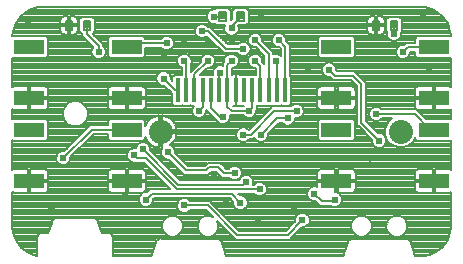
<source format=gbl>
G75*
%MOIN*%
%OFA0B0*%
%FSLAX24Y24*%
%IPPOS*%
%LPD*%
%AMOC8*
5,1,8,0,0,1.08239X$1,22.5*
%
%ADD10R,0.0138X0.0787*%
%ADD11C,0.0075*%
%ADD12R,0.1000X0.0500*%
%ADD13C,0.0800*%
%ADD14C,0.0060*%
%ADD15C,0.0240*%
%ADD16C,0.0080*%
D10*
X005864Y005888D03*
X006140Y005888D03*
X006415Y005888D03*
X006691Y005888D03*
X006966Y005888D03*
X007242Y005888D03*
X007518Y005888D03*
X007793Y005888D03*
X008069Y005888D03*
X008344Y005888D03*
X008620Y005888D03*
X008895Y005888D03*
X009171Y005888D03*
X009447Y005888D03*
D11*
X012360Y008187D02*
X012586Y008187D01*
X012586Y007911D01*
X012360Y007911D01*
X012360Y008187D01*
X012360Y007985D02*
X012586Y007985D01*
X012586Y008059D02*
X012360Y008059D01*
X012360Y008133D02*
X012586Y008133D01*
X012960Y008187D02*
X013186Y008187D01*
X013186Y007911D01*
X012960Y007911D01*
X012960Y008187D01*
X012960Y007985D02*
X013186Y007985D01*
X013186Y008059D02*
X012960Y008059D01*
X012960Y008133D02*
X013186Y008133D01*
X008068Y008482D02*
X007842Y008482D01*
X008068Y008482D02*
X008068Y008206D01*
X007842Y008206D01*
X007842Y008482D01*
X007842Y008280D02*
X008068Y008280D01*
X008068Y008354D02*
X007842Y008354D01*
X007842Y008428D02*
X008068Y008428D01*
X007468Y008482D02*
X007242Y008482D01*
X007468Y008482D02*
X007468Y008206D01*
X007242Y008206D01*
X007242Y008482D01*
X007242Y008280D02*
X007468Y008280D01*
X007468Y008354D02*
X007242Y008354D01*
X007242Y008428D02*
X007468Y008428D01*
X002950Y008187D02*
X002724Y008187D01*
X002950Y008187D02*
X002950Y007911D01*
X002724Y007911D01*
X002724Y008187D01*
X002724Y007985D02*
X002950Y007985D01*
X002950Y008059D02*
X002724Y008059D01*
X002724Y008133D02*
X002950Y008133D01*
X002350Y008187D02*
X002124Y008187D01*
X002350Y008187D02*
X002350Y007911D01*
X002124Y007911D01*
X002124Y008187D01*
X002124Y007985D02*
X002350Y007985D01*
X002350Y008059D02*
X002124Y008059D01*
X002124Y008133D02*
X002350Y008133D01*
D12*
X000912Y007324D03*
X000912Y005624D03*
X000912Y004568D03*
X000912Y002868D03*
X004163Y002868D03*
X004163Y004568D03*
X004163Y005624D03*
X004163Y007324D03*
X011148Y007324D03*
X011148Y005624D03*
X011148Y004568D03*
X011148Y002868D03*
X014399Y002868D03*
X014399Y004568D03*
X014399Y005624D03*
X014399Y007324D03*
D13*
X013293Y004506D03*
X005293Y004506D03*
D14*
X004703Y003915D02*
X005884Y002734D01*
X008049Y002734D01*
X008147Y002832D01*
X007754Y003128D02*
X007409Y003128D01*
X007212Y003325D01*
X006917Y003325D01*
X006819Y003226D01*
X006130Y003226D01*
X005539Y003817D01*
X004801Y003620D02*
X004506Y003620D01*
X004407Y003718D01*
X004801Y003620D02*
X005834Y002586D01*
X008590Y002586D01*
X007951Y002144D02*
X007655Y002439D01*
X004998Y002439D01*
X004801Y002242D01*
X006081Y002045D02*
X006868Y002045D01*
X007852Y001061D01*
X009525Y001061D01*
X010018Y001553D01*
X010657Y002193D02*
X011051Y002193D01*
X011100Y002242D01*
X010657Y002193D02*
X010411Y002439D01*
X012577Y004210D02*
X011986Y004801D01*
X011986Y006081D01*
X011691Y006376D01*
X011100Y006376D01*
X010903Y006573D01*
X009447Y005888D02*
X009447Y007340D01*
X009230Y007557D01*
X008895Y007104D02*
X008443Y007557D01*
X008049Y007262D02*
X007458Y007262D01*
X006868Y007852D01*
X006671Y007852D01*
X007065Y008344D02*
X007355Y008344D01*
X007655Y008044D02*
X007955Y008344D01*
X007655Y008044D02*
X007655Y007951D01*
X008895Y007104D02*
X008895Y005888D01*
X008620Y005888D02*
X008620Y006691D01*
X008443Y006868D01*
X009132Y006868D02*
X009171Y006809D01*
X009171Y005888D01*
X009082Y005195D02*
X009821Y005195D01*
X009525Y004949D02*
X009181Y004949D01*
X008640Y004407D01*
X008295Y004407D02*
X009082Y005195D01*
X008344Y005293D02*
X008246Y005195D01*
X007655Y005195D01*
X007518Y005332D01*
X007518Y005888D01*
X007518Y006730D01*
X007655Y006868D01*
X007262Y006474D02*
X007242Y006455D01*
X007242Y005888D01*
X006966Y005888D02*
X006966Y005293D01*
X007262Y004998D01*
X007360Y004998D01*
X006691Y005313D02*
X006573Y005195D01*
X006691Y005313D02*
X006691Y005888D01*
X006415Y005888D02*
X006415Y006415D01*
X006868Y006868D01*
X006140Y006809D02*
X006081Y006868D01*
X006140Y006809D02*
X006140Y005888D01*
X005864Y005888D02*
X005781Y005888D01*
X005392Y006277D01*
X004297Y007458D02*
X004163Y007324D01*
X004297Y007458D02*
X005490Y007458D01*
X003231Y007355D02*
X003226Y007163D01*
X003231Y007355D02*
X002837Y007749D01*
X002837Y008049D01*
X002994Y004568D02*
X004163Y004568D01*
X002994Y004568D02*
X002045Y003620D01*
X008049Y004407D02*
X008295Y004407D01*
X008344Y005293D02*
X008344Y005888D01*
X012478Y005096D02*
X013758Y005096D01*
X014286Y004568D01*
X014399Y004568D01*
X013364Y007163D02*
X013525Y007324D01*
X014399Y007324D01*
X013069Y007754D02*
X013069Y008044D01*
X013073Y008049D01*
D15*
X013069Y007754D03*
X013364Y007163D03*
X014250Y006573D03*
X012478Y005096D03*
X012577Y004210D03*
X012380Y003620D03*
X011100Y002242D03*
X010411Y002439D03*
X009722Y001947D03*
X010018Y001553D03*
X008541Y001455D03*
X007951Y002144D03*
X007458Y002144D03*
X008147Y002832D03*
X007754Y003128D03*
X007065Y003029D03*
X006081Y002045D03*
X004801Y002242D03*
X004112Y002340D03*
X004407Y003718D03*
X004703Y003915D03*
X005539Y003817D03*
X007360Y004998D03*
X006573Y005195D03*
X008049Y004407D03*
X008640Y004407D03*
X009525Y004949D03*
X009821Y005195D03*
X008246Y005195D03*
X007262Y006474D03*
X007655Y006868D03*
X008049Y007262D03*
X007655Y007557D03*
X007655Y007951D03*
X007065Y008344D03*
X006671Y007852D03*
X006868Y007458D03*
X006868Y006868D03*
X006081Y006868D03*
X005392Y006966D03*
X005490Y007458D03*
X006081Y007458D03*
X005392Y006277D03*
X003226Y007163D03*
X000864Y008147D03*
X002045Y003620D03*
X001651Y001947D03*
X008590Y002586D03*
X010903Y006573D03*
X010214Y006671D03*
X009132Y006868D03*
X008443Y006868D03*
X008443Y007557D03*
X009230Y007557D03*
X008640Y008344D03*
X014053Y008344D03*
D16*
X000897Y000455D02*
X000641Y000641D01*
X000455Y000897D01*
X000357Y001198D01*
X000345Y001356D01*
X000345Y002495D01*
X000358Y002488D01*
X000393Y002478D01*
X000872Y002478D01*
X000872Y002828D01*
X000952Y002828D01*
X000952Y002908D01*
X001552Y002908D01*
X001552Y003137D01*
X001542Y003172D01*
X001524Y003204D01*
X001498Y003230D01*
X001466Y003249D01*
X001430Y003258D01*
X000952Y003258D01*
X000952Y002908D01*
X000872Y002908D01*
X000872Y003258D01*
X000393Y003258D01*
X000358Y003249D01*
X000345Y003242D01*
X000345Y004215D01*
X000362Y004198D01*
X001461Y004198D01*
X001532Y004269D01*
X001532Y004868D01*
X001461Y004938D01*
X000362Y004938D01*
X000345Y004921D01*
X000345Y005251D01*
X000358Y005244D01*
X000393Y005234D01*
X000872Y005234D01*
X000872Y005584D01*
X000952Y005584D01*
X000952Y005664D01*
X001552Y005664D01*
X001552Y005893D01*
X001542Y005928D01*
X001524Y005960D01*
X001498Y005986D01*
X001466Y006005D01*
X001430Y006014D01*
X000952Y006014D01*
X000952Y005664D01*
X000872Y005664D01*
X000872Y006014D01*
X000393Y006014D01*
X000358Y006005D01*
X000345Y005997D01*
X000345Y006971D01*
X000362Y006954D01*
X001461Y006954D01*
X001532Y007025D01*
X001532Y007624D01*
X001461Y007694D01*
X000362Y007694D01*
X000347Y007679D01*
X000357Y007813D01*
X000455Y008114D01*
X000641Y008370D01*
X000897Y008556D01*
X001198Y008654D01*
X001356Y008666D01*
X013955Y008666D01*
X014113Y008654D01*
X014414Y008556D01*
X014669Y008370D01*
X014855Y008114D01*
X014953Y007813D01*
X014964Y007679D01*
X014949Y007694D01*
X013849Y007694D01*
X013779Y007624D01*
X013779Y007474D01*
X013463Y007474D01*
X013392Y007403D01*
X013316Y007403D01*
X013228Y007367D01*
X013161Y007299D01*
X013124Y007211D01*
X013124Y007115D01*
X013161Y007027D01*
X013228Y006960D01*
X013316Y006923D01*
X013412Y006923D01*
X013500Y006960D01*
X013567Y007027D01*
X013604Y007115D01*
X013604Y007174D01*
X013779Y007174D01*
X013779Y007025D01*
X013849Y006954D01*
X014949Y006954D01*
X014966Y006971D01*
X014966Y005997D01*
X014953Y006005D01*
X014917Y006014D01*
X014439Y006014D01*
X014439Y005664D01*
X014359Y005664D01*
X014359Y005584D01*
X014439Y005584D01*
X014439Y005234D01*
X014917Y005234D01*
X014953Y005244D01*
X014966Y005251D01*
X014966Y004921D01*
X014949Y004938D01*
X014128Y004938D01*
X013908Y005158D01*
X013820Y005246D01*
X012668Y005246D01*
X012614Y005300D01*
X012526Y005336D01*
X012430Y005336D01*
X012342Y005300D01*
X012275Y005232D01*
X012238Y005144D01*
X012238Y005049D01*
X012275Y004960D01*
X012342Y004893D01*
X012430Y004856D01*
X012526Y004856D01*
X012614Y004893D01*
X012668Y004946D01*
X012998Y004946D01*
X012852Y004800D01*
X012773Y004609D01*
X012773Y004402D01*
X012852Y004211D01*
X012998Y004065D01*
X013189Y003986D01*
X013396Y003986D01*
X013587Y004065D01*
X013734Y004211D01*
X013779Y004321D01*
X013779Y004269D01*
X013849Y004198D01*
X014949Y004198D01*
X014966Y004215D01*
X014966Y003242D01*
X014953Y003249D01*
X014917Y003258D01*
X014439Y003258D01*
X014439Y002908D01*
X014359Y002908D01*
X014359Y002828D01*
X014439Y002828D01*
X014439Y002478D01*
X014917Y002478D01*
X014953Y002488D01*
X014966Y002495D01*
X014966Y001356D01*
X014953Y001198D01*
X014855Y000897D01*
X014669Y000641D01*
X014414Y000455D01*
X014113Y000357D01*
X013955Y000345D01*
X013782Y000345D01*
X013632Y000793D01*
X013632Y000836D01*
X013611Y000857D01*
X013601Y000886D01*
X013563Y000905D01*
X013533Y000936D01*
X013503Y000936D01*
X013475Y000949D01*
X013435Y000936D01*
X011718Y000936D01*
X011678Y000949D01*
X011651Y000936D01*
X011620Y000936D01*
X011590Y000905D01*
X011552Y000886D01*
X011542Y000857D01*
X011521Y000836D01*
X011521Y000793D01*
X011371Y000345D01*
X007483Y000345D01*
X007333Y000793D01*
X007333Y000836D01*
X007312Y000857D01*
X007302Y000886D01*
X007264Y000905D01*
X007234Y000936D01*
X007203Y000936D01*
X007176Y000949D01*
X007136Y000936D01*
X005321Y000936D01*
X005280Y000949D01*
X005253Y000936D01*
X005223Y000936D01*
X005192Y000905D01*
X005154Y000886D01*
X005145Y000857D01*
X005123Y000836D01*
X005123Y000793D01*
X004974Y000345D01*
X003691Y000345D01*
X003691Y001033D01*
X003592Y001132D01*
X003341Y001132D01*
X003199Y001487D01*
X003199Y001525D01*
X003174Y001550D01*
X003161Y001583D01*
X003126Y001598D01*
X003100Y001625D01*
X003064Y001625D01*
X003032Y001639D01*
X002997Y001625D01*
X001881Y001625D01*
X001846Y001639D01*
X001813Y001625D01*
X001778Y001625D01*
X001751Y001598D01*
X001717Y001583D01*
X001703Y001550D01*
X001678Y001525D01*
X001678Y001487D01*
X001536Y001132D01*
X001286Y001132D01*
X001186Y001033D01*
X001186Y000361D01*
X000897Y000455D01*
X000851Y000489D02*
X001186Y000489D01*
X001186Y000411D02*
X001035Y000411D01*
X001186Y000568D02*
X000743Y000568D01*
X000638Y000646D02*
X001186Y000646D01*
X001186Y000725D02*
X000581Y000725D01*
X000524Y000803D02*
X001186Y000803D01*
X001186Y000882D02*
X000467Y000882D01*
X000435Y000960D02*
X001186Y000960D01*
X001192Y001039D02*
X000409Y001039D01*
X000384Y001117D02*
X001270Y001117D01*
X001562Y001196D02*
X000358Y001196D01*
X000351Y001274D02*
X001593Y001274D01*
X001624Y001353D02*
X000345Y001353D01*
X000345Y001431D02*
X001656Y001431D01*
X001678Y001510D02*
X000345Y001510D01*
X000345Y001588D02*
X001728Y001588D01*
X001750Y001947D02*
X001651Y001947D01*
X001466Y002488D02*
X001498Y002506D01*
X001524Y002532D01*
X001542Y002564D01*
X001552Y002600D01*
X001552Y002828D01*
X000952Y002828D01*
X000952Y002478D01*
X001430Y002478D01*
X001466Y002488D01*
X001521Y002530D02*
X003553Y002530D01*
X003551Y002532D02*
X003577Y002506D01*
X003609Y002488D01*
X003644Y002478D01*
X004123Y002478D01*
X004123Y002828D01*
X004203Y002828D01*
X004203Y002478D01*
X004681Y002478D01*
X004717Y002488D01*
X004749Y002506D01*
X004775Y002532D01*
X004793Y002564D01*
X004803Y002600D01*
X004803Y002828D01*
X004203Y002828D01*
X004203Y002908D01*
X004803Y002908D01*
X004803Y003137D01*
X004793Y003172D01*
X004775Y003204D01*
X004749Y003230D01*
X004717Y003249D01*
X004681Y003258D01*
X004203Y003258D01*
X004203Y002908D01*
X004123Y002908D01*
X004123Y002828D01*
X003523Y002828D01*
X003523Y002600D01*
X003532Y002564D01*
X003551Y002532D01*
X003523Y002609D02*
X001552Y002609D01*
X001552Y002687D02*
X003523Y002687D01*
X003523Y002766D02*
X001552Y002766D01*
X001552Y002923D02*
X003523Y002923D01*
X003523Y002908D02*
X004123Y002908D01*
X004123Y003258D01*
X003644Y003258D01*
X003609Y003249D01*
X003577Y003230D01*
X003551Y003204D01*
X003532Y003172D01*
X003523Y003137D01*
X003523Y002908D01*
X003523Y003001D02*
X001552Y003001D01*
X001552Y003080D02*
X003523Y003080D01*
X003528Y003158D02*
X001546Y003158D01*
X001487Y003237D02*
X003588Y003237D01*
X004123Y003237D02*
X004203Y003237D01*
X004203Y003158D02*
X004123Y003158D01*
X004123Y003080D02*
X004203Y003080D01*
X004203Y003001D02*
X004123Y003001D01*
X004123Y002923D02*
X004203Y002923D01*
X004203Y002844D02*
X005365Y002844D01*
X005443Y002766D02*
X004803Y002766D01*
X004803Y002687D02*
X005522Y002687D01*
X005600Y002609D02*
X004803Y002609D01*
X004772Y002530D02*
X004877Y002530D01*
X004829Y002482D02*
X004753Y002482D01*
X004665Y002445D01*
X004598Y002378D01*
X004561Y002290D01*
X004561Y002194D01*
X004598Y002106D01*
X004665Y002038D01*
X004753Y002002D01*
X004849Y002002D01*
X004937Y002038D01*
X005004Y002106D01*
X005041Y002194D01*
X005041Y002270D01*
X005060Y002289D01*
X007593Y002289D01*
X007711Y002171D01*
X007711Y002096D01*
X007747Y002008D01*
X007815Y001940D01*
X007903Y001904D01*
X007998Y001904D01*
X008087Y001940D01*
X008154Y002008D01*
X008191Y002096D01*
X008191Y002191D01*
X008154Y002279D01*
X008087Y002347D01*
X007998Y002384D01*
X007923Y002384D01*
X007870Y002436D01*
X008401Y002436D01*
X008454Y002383D01*
X008543Y002346D01*
X008638Y002346D01*
X008726Y002383D01*
X008794Y002450D01*
X008830Y002539D01*
X008830Y002634D01*
X008794Y002722D01*
X008726Y002790D01*
X008638Y002826D01*
X008543Y002826D01*
X008454Y002790D01*
X008401Y002736D01*
X008367Y002736D01*
X008387Y002785D01*
X008387Y002880D01*
X008351Y002968D01*
X008283Y003036D01*
X008195Y003072D01*
X008100Y003072D01*
X008011Y003036D01*
X007944Y002968D01*
X007909Y002884D01*
X005946Y002884D01*
X004943Y003887D01*
X004943Y003963D01*
X004906Y004051D01*
X004839Y004119D01*
X004750Y004155D01*
X004655Y004155D01*
X004567Y004119D01*
X004499Y004051D01*
X004463Y003963D01*
X004463Y003955D01*
X004455Y003958D01*
X004360Y003958D01*
X004271Y003922D01*
X004204Y003854D01*
X004167Y003766D01*
X004167Y003671D01*
X004204Y003582D01*
X004271Y003515D01*
X004360Y003478D01*
X004435Y003478D01*
X004444Y003470D01*
X004739Y003470D01*
X005620Y002589D01*
X004936Y002589D01*
X004829Y002482D01*
X004680Y002452D02*
X000345Y002452D01*
X000345Y002373D02*
X004596Y002373D01*
X004563Y002295D02*
X000345Y002295D01*
X000345Y002216D02*
X004561Y002216D01*
X004584Y002138D02*
X000345Y002138D01*
X000345Y002059D02*
X004644Y002059D01*
X004957Y002059D02*
X005841Y002059D01*
X005841Y002093D02*
X005841Y001997D01*
X005877Y001909D01*
X005945Y001842D01*
X006033Y001805D01*
X006128Y001805D01*
X006216Y001842D01*
X006270Y001895D01*
X006806Y001895D01*
X007040Y001660D01*
X006937Y001703D01*
X006799Y001703D01*
X006671Y001650D01*
X006574Y001553D01*
X006521Y001425D01*
X006521Y001287D01*
X006574Y001159D01*
X006671Y001062D01*
X006799Y001009D01*
X006937Y001009D01*
X007065Y001062D01*
X007162Y001159D01*
X007215Y001287D01*
X007215Y001425D01*
X007172Y001529D01*
X007790Y000911D01*
X009588Y000911D01*
X009675Y000999D01*
X009990Y001313D01*
X010065Y001313D01*
X010153Y001349D01*
X010221Y001417D01*
X010258Y001505D01*
X010258Y001601D01*
X010221Y001689D01*
X010153Y001756D01*
X010065Y001793D01*
X009970Y001793D01*
X009882Y001756D01*
X009814Y001689D01*
X009778Y001601D01*
X009778Y001525D01*
X009463Y001211D01*
X007914Y001211D01*
X007018Y002107D01*
X006930Y002195D01*
X006270Y002195D01*
X006216Y002249D01*
X006128Y002285D01*
X006033Y002285D01*
X005945Y002249D01*
X005877Y002181D01*
X005841Y002093D01*
X005859Y002138D02*
X005018Y002138D01*
X005041Y002216D02*
X005912Y002216D01*
X006249Y002216D02*
X007666Y002216D01*
X007711Y002138D02*
X006988Y002138D01*
X007066Y002059D02*
X007726Y002059D01*
X007774Y001981D02*
X007145Y001981D01*
X007223Y001902D02*
X014966Y001902D01*
X014966Y001824D02*
X007302Y001824D01*
X007380Y001745D02*
X009870Y001745D01*
X009805Y001667D02*
X007459Y001667D01*
X007537Y001588D02*
X009778Y001588D01*
X009762Y001510D02*
X007616Y001510D01*
X007694Y001431D02*
X009683Y001431D01*
X009605Y001353D02*
X007773Y001353D01*
X007851Y001274D02*
X009526Y001274D01*
X009794Y001117D02*
X011734Y001117D01*
X011692Y001159D02*
X011789Y001062D01*
X011917Y001009D01*
X012055Y001009D01*
X012183Y001062D01*
X012280Y001159D01*
X012333Y001287D01*
X012333Y001425D01*
X012280Y001553D01*
X012183Y001650D01*
X012055Y001703D01*
X011917Y001703D01*
X011789Y001650D01*
X011692Y001553D01*
X011639Y001425D01*
X011639Y001287D01*
X011692Y001159D01*
X011677Y001196D02*
X009872Y001196D01*
X009951Y001274D02*
X011644Y001274D01*
X011639Y001353D02*
X010156Y001353D01*
X010227Y001431D02*
X011641Y001431D01*
X011674Y001510D02*
X010258Y001510D01*
X010258Y001588D02*
X011727Y001588D01*
X011828Y001667D02*
X010230Y001667D01*
X010165Y001745D02*
X014966Y001745D01*
X014966Y001667D02*
X013325Y001667D01*
X013364Y001650D02*
X013236Y001703D01*
X013098Y001703D01*
X012970Y001650D01*
X012873Y001553D01*
X012820Y001425D01*
X012820Y001287D01*
X012873Y001159D01*
X012970Y001062D01*
X013098Y001009D01*
X013236Y001009D01*
X013364Y001062D01*
X013461Y001159D01*
X013514Y001287D01*
X013514Y001425D01*
X013461Y001553D01*
X013364Y001650D01*
X013426Y001588D02*
X014966Y001588D01*
X014966Y001510D02*
X013479Y001510D01*
X013512Y001431D02*
X014966Y001431D01*
X014965Y001353D02*
X013514Y001353D01*
X013509Y001274D02*
X014959Y001274D01*
X014952Y001196D02*
X013476Y001196D01*
X013419Y001117D02*
X014927Y001117D01*
X014901Y001039D02*
X013308Y001039D01*
X013027Y001039D02*
X012126Y001039D01*
X012238Y001117D02*
X012915Y001117D01*
X012858Y001196D02*
X012295Y001196D01*
X012328Y001274D02*
X012825Y001274D01*
X012820Y001353D02*
X012333Y001353D01*
X012331Y001431D02*
X012822Y001431D01*
X012855Y001510D02*
X012298Y001510D01*
X012245Y001588D02*
X012908Y001588D01*
X013009Y001667D02*
X012144Y001667D01*
X011304Y002106D02*
X011340Y002194D01*
X011340Y002290D01*
X011304Y002378D01*
X011236Y002445D01*
X011148Y002482D01*
X011108Y002482D01*
X011108Y002828D01*
X011188Y002828D01*
X011188Y002478D01*
X011666Y002478D01*
X011702Y002488D01*
X011734Y002506D01*
X011760Y002532D01*
X011778Y002564D01*
X011788Y002600D01*
X011788Y002828D01*
X011188Y002828D01*
X011188Y002908D01*
X011788Y002908D01*
X011788Y003137D01*
X011778Y003172D01*
X011760Y003204D01*
X011734Y003230D01*
X011702Y003249D01*
X011666Y003258D01*
X011188Y003258D01*
X011188Y002908D01*
X011108Y002908D01*
X011108Y002828D01*
X010508Y002828D01*
X010508Y002659D01*
X010459Y002679D01*
X010363Y002679D01*
X010275Y002642D01*
X010208Y002575D01*
X010171Y002487D01*
X010171Y002391D01*
X010208Y002303D01*
X010275Y002235D01*
X010363Y002199D01*
X010439Y002199D01*
X010507Y002131D01*
X010595Y002043D01*
X010960Y002043D01*
X010964Y002038D01*
X011052Y002002D01*
X011148Y002002D01*
X011236Y002038D01*
X011304Y002106D01*
X011317Y002138D02*
X014966Y002138D01*
X014966Y002216D02*
X011340Y002216D01*
X011338Y002295D02*
X014966Y002295D01*
X014966Y002373D02*
X011306Y002373D01*
X011221Y002452D02*
X014966Y002452D01*
X014439Y002530D02*
X014359Y002530D01*
X014359Y002478D02*
X014359Y002828D01*
X013759Y002828D01*
X013759Y002600D01*
X013769Y002564D01*
X013787Y002532D01*
X013813Y002506D01*
X013845Y002488D01*
X013881Y002478D01*
X014359Y002478D01*
X014359Y002609D02*
X014439Y002609D01*
X014439Y002687D02*
X014359Y002687D01*
X014359Y002766D02*
X014439Y002766D01*
X014359Y002844D02*
X011188Y002844D01*
X011188Y002766D02*
X011108Y002766D01*
X011108Y002844D02*
X008387Y002844D01*
X008379Y002766D02*
X008430Y002766D01*
X008370Y002923D02*
X010508Y002923D01*
X010508Y002908D02*
X011108Y002908D01*
X011108Y003258D01*
X010629Y003258D01*
X010594Y003249D01*
X010562Y003230D01*
X010536Y003204D01*
X010517Y003172D01*
X010508Y003137D01*
X010508Y002908D01*
X010508Y003001D02*
X008318Y003001D01*
X007994Y003080D02*
X007994Y003175D01*
X007957Y003264D01*
X007890Y003331D01*
X007801Y003368D01*
X007706Y003368D01*
X007618Y003331D01*
X007564Y003278D01*
X007471Y003278D01*
X007362Y003387D01*
X007275Y003475D01*
X006855Y003475D01*
X006757Y003376D01*
X006192Y003376D01*
X005779Y003789D01*
X005779Y003864D01*
X005743Y003953D01*
X005675Y004020D01*
X005591Y004055D01*
X005645Y004094D01*
X005705Y004154D01*
X005755Y004223D01*
X005793Y004298D01*
X005819Y004379D01*
X005833Y004463D01*
X005833Y004466D01*
X005333Y004466D01*
X005333Y004546D01*
X005253Y004546D01*
X005253Y005046D01*
X005250Y005046D01*
X005166Y005032D01*
X005085Y005006D01*
X005010Y004968D01*
X004941Y004918D01*
X004881Y004857D01*
X004831Y004789D01*
X004792Y004713D01*
X004783Y004684D01*
X004783Y004868D01*
X004713Y004938D01*
X003613Y004938D01*
X003543Y004868D01*
X003543Y004718D01*
X002931Y004718D01*
X002844Y004630D01*
X002073Y003860D01*
X001997Y003860D01*
X001909Y003823D01*
X001842Y003756D01*
X001805Y003668D01*
X001805Y003572D01*
X001842Y003484D01*
X001909Y003416D01*
X001997Y003380D01*
X002093Y003380D01*
X002181Y003416D01*
X002249Y003484D01*
X002285Y003572D01*
X002285Y003648D01*
X003056Y004418D01*
X003543Y004418D01*
X003543Y004269D01*
X003613Y004198D01*
X004713Y004198D01*
X004783Y004269D01*
X004783Y004328D01*
X004792Y004298D01*
X004831Y004223D01*
X004881Y004154D01*
X004941Y004094D01*
X005010Y004044D01*
X005085Y004005D01*
X005166Y003979D01*
X005250Y003966D01*
X005253Y003966D01*
X005253Y004466D01*
X005333Y004466D01*
X005333Y003966D01*
X005335Y003966D01*
X005351Y003968D01*
X005336Y003953D01*
X005299Y003864D01*
X005299Y003769D01*
X005336Y003681D01*
X005403Y003613D01*
X005491Y003577D01*
X005567Y003577D01*
X006068Y003076D01*
X006881Y003076D01*
X006969Y003164D01*
X006979Y003175D01*
X007150Y003175D01*
X007347Y002978D01*
X007564Y002978D01*
X007618Y002924D01*
X007706Y002888D01*
X007801Y002888D01*
X007890Y002924D01*
X007957Y002992D01*
X007994Y003080D01*
X010508Y003080D01*
X010514Y003158D02*
X007994Y003158D01*
X007968Y003237D02*
X010573Y003237D01*
X011108Y003237D02*
X011188Y003237D01*
X011188Y003158D02*
X011108Y003158D01*
X011108Y003080D02*
X011188Y003080D01*
X011188Y003001D02*
X011108Y003001D01*
X011108Y002923D02*
X011188Y002923D01*
X011188Y002687D02*
X011108Y002687D01*
X011108Y002609D02*
X011188Y002609D01*
X011188Y002530D02*
X011108Y002530D01*
X011257Y002059D02*
X014966Y002059D01*
X014966Y001981D02*
X008127Y001981D01*
X008175Y002059D02*
X010579Y002059D01*
X010500Y002138D02*
X008191Y002138D01*
X008180Y002216D02*
X010322Y002216D01*
X010216Y002295D02*
X008139Y002295D01*
X008024Y002373D02*
X008478Y002373D01*
X008702Y002373D02*
X010179Y002373D01*
X010171Y002452D02*
X008794Y002452D01*
X008827Y002530D02*
X010189Y002530D01*
X010242Y002609D02*
X008830Y002609D01*
X008808Y002687D02*
X010508Y002687D01*
X010508Y002766D02*
X008751Y002766D01*
X007977Y003001D02*
X007961Y003001D01*
X007925Y002923D02*
X007885Y002923D01*
X007622Y002923D02*
X005907Y002923D01*
X005829Y003001D02*
X007324Y003001D01*
X007245Y003080D02*
X006884Y003080D01*
X006963Y003158D02*
X007167Y003158D01*
X007434Y003315D02*
X007602Y003315D01*
X007356Y003394D02*
X014966Y003394D01*
X014966Y003472D02*
X007277Y003472D01*
X006852Y003472D02*
X006096Y003472D01*
X006018Y003551D02*
X014966Y003551D01*
X014966Y003629D02*
X005939Y003629D01*
X005861Y003708D02*
X014966Y003708D01*
X014966Y003786D02*
X005782Y003786D01*
X005779Y003865D02*
X014966Y003865D01*
X014966Y003943D02*
X005747Y003943D01*
X005672Y004022D02*
X012426Y004022D01*
X012441Y004007D02*
X012529Y003970D01*
X012624Y003970D01*
X012713Y004007D01*
X012780Y004074D01*
X012817Y004163D01*
X012817Y004258D01*
X012780Y004346D01*
X012713Y004414D01*
X012624Y004450D01*
X012549Y004450D01*
X012136Y004863D01*
X012136Y006143D01*
X011841Y006438D01*
X011753Y006526D01*
X011162Y006526D01*
X011143Y006545D01*
X011143Y006620D01*
X011107Y006709D01*
X011039Y006776D01*
X010951Y006813D01*
X010856Y006813D01*
X010767Y006776D01*
X010700Y006709D01*
X010663Y006620D01*
X010663Y006525D01*
X010700Y006437D01*
X010767Y006369D01*
X010856Y006333D01*
X010931Y006333D01*
X011038Y006226D01*
X011629Y006226D01*
X011836Y006018D01*
X011836Y004739D01*
X011924Y004651D01*
X012337Y004238D01*
X012337Y004163D01*
X012373Y004074D01*
X012441Y004007D01*
X012363Y004100D02*
X005651Y004100D01*
X005722Y004179D02*
X007974Y004179D01*
X008001Y004167D02*
X008097Y004167D01*
X008185Y004204D01*
X008238Y004257D01*
X008450Y004257D01*
X008436Y004271D02*
X008504Y004204D01*
X008592Y004167D01*
X008687Y004167D01*
X008776Y004204D01*
X008843Y004271D01*
X008880Y004360D01*
X008880Y004435D01*
X009243Y004799D01*
X009336Y004799D01*
X009389Y004745D01*
X009478Y004709D01*
X009573Y004709D01*
X009661Y004745D01*
X009729Y004813D01*
X009765Y004901D01*
X009765Y004958D01*
X009773Y004955D01*
X009868Y004955D01*
X009957Y004991D01*
X010024Y005059D01*
X010061Y005147D01*
X010061Y005242D01*
X010024Y005331D01*
X009957Y005398D01*
X009868Y005435D01*
X009773Y005435D01*
X009685Y005398D01*
X009631Y005345D01*
X009020Y005345D01*
X008932Y005257D01*
X008236Y004560D01*
X008185Y004611D01*
X008097Y004647D01*
X008001Y004647D01*
X007913Y004611D01*
X007846Y004543D01*
X007809Y004455D01*
X007809Y004360D01*
X007846Y004271D01*
X007913Y004204D01*
X008001Y004167D01*
X008124Y004179D02*
X008565Y004179D01*
X008714Y004179D02*
X012337Y004179D01*
X012318Y004257D02*
X011756Y004257D01*
X011768Y004269D02*
X011698Y004198D01*
X010598Y004198D01*
X010528Y004269D01*
X010528Y004868D01*
X010598Y004938D01*
X011698Y004938D01*
X011768Y004868D01*
X011768Y004269D01*
X011768Y004336D02*
X012239Y004336D01*
X012161Y004414D02*
X011768Y004414D01*
X011768Y004493D02*
X012082Y004493D01*
X012004Y004571D02*
X011768Y004571D01*
X011768Y004650D02*
X011925Y004650D01*
X011847Y004728D02*
X011768Y004728D01*
X011768Y004807D02*
X011836Y004807D01*
X011836Y004885D02*
X011751Y004885D01*
X011836Y004964D02*
X009890Y004964D01*
X010007Y005042D02*
X011836Y005042D01*
X011836Y005121D02*
X010050Y005121D01*
X010061Y005199D02*
X011836Y005199D01*
X011836Y005278D02*
X011749Y005278D01*
X011760Y005288D02*
X011778Y005320D01*
X011788Y005356D01*
X011836Y005356D01*
X011788Y005356D02*
X011788Y005584D01*
X011188Y005584D01*
X011188Y005664D01*
X011788Y005664D01*
X011788Y005893D01*
X011778Y005928D01*
X011760Y005960D01*
X011734Y005986D01*
X011702Y006005D01*
X011666Y006014D01*
X011188Y006014D01*
X011188Y005664D01*
X011108Y005664D01*
X011108Y005584D01*
X011188Y005584D01*
X011188Y005234D01*
X011666Y005234D01*
X011702Y005244D01*
X011734Y005262D01*
X011760Y005288D01*
X011788Y005435D02*
X011836Y005435D01*
X011836Y005513D02*
X011788Y005513D01*
X011836Y005592D02*
X011188Y005592D01*
X011188Y005670D02*
X011108Y005670D01*
X011108Y005664D02*
X011108Y006014D01*
X010629Y006014D01*
X010594Y006005D01*
X010562Y005986D01*
X010536Y005960D01*
X010517Y005928D01*
X010508Y005893D01*
X010508Y005664D01*
X011108Y005664D01*
X011108Y005592D02*
X009636Y005592D01*
X009636Y005670D02*
X010508Y005670D01*
X010508Y005749D02*
X009636Y005749D01*
X009636Y005827D02*
X010508Y005827D01*
X010511Y005906D02*
X009636Y005906D01*
X009636Y005984D02*
X010560Y005984D01*
X010966Y006298D02*
X009636Y006298D01*
X009636Y006331D02*
X009597Y006370D01*
X009597Y007402D01*
X009470Y007529D01*
X009470Y007605D01*
X009434Y007693D01*
X009366Y007760D01*
X009278Y007797D01*
X009182Y007797D01*
X009094Y007760D01*
X009027Y007693D01*
X008990Y007605D01*
X008990Y007509D01*
X009027Y007421D01*
X009094Y007353D01*
X009182Y007317D01*
X009258Y007317D01*
X009297Y007278D01*
X009297Y007042D01*
X009268Y007071D01*
X009179Y007108D01*
X009084Y007108D01*
X009045Y007092D01*
X009045Y007166D01*
X008683Y007529D01*
X008683Y007605D01*
X008646Y007693D01*
X008579Y007760D01*
X008490Y007797D01*
X008395Y007797D01*
X008307Y007760D01*
X008239Y007693D01*
X008203Y007605D01*
X008203Y007509D01*
X008239Y007421D01*
X008307Y007353D01*
X008395Y007317D01*
X008471Y007317D01*
X008745Y007042D01*
X008745Y006777D01*
X008683Y006840D01*
X008683Y006916D01*
X008646Y007004D01*
X008579Y007071D01*
X008490Y007108D01*
X008395Y007108D01*
X008307Y007071D01*
X008239Y007004D01*
X008203Y006916D01*
X008203Y006820D01*
X008239Y006732D01*
X008307Y006664D01*
X008395Y006628D01*
X008470Y006628D01*
X008470Y006394D01*
X008463Y006401D01*
X008226Y006401D01*
X008206Y006382D01*
X008187Y006401D01*
X007950Y006401D01*
X007944Y006395D01*
X007916Y006412D01*
X007880Y006421D01*
X007793Y006421D01*
X007706Y006421D01*
X007670Y006412D01*
X007668Y006410D01*
X007668Y006628D01*
X007703Y006628D01*
X007791Y006664D01*
X007859Y006732D01*
X007895Y006820D01*
X007895Y006916D01*
X007859Y007004D01*
X007791Y007071D01*
X007703Y007108D01*
X007608Y007108D01*
X007519Y007071D01*
X007452Y007004D01*
X007415Y006916D01*
X007415Y006840D01*
X007368Y006792D01*
X007368Y006690D01*
X007309Y006714D01*
X007214Y006714D01*
X007126Y006678D01*
X007058Y006610D01*
X007022Y006522D01*
X007022Y006426D01*
X007032Y006401D01*
X006848Y006401D01*
X006829Y006382D01*
X006809Y006401D01*
X006613Y006401D01*
X006840Y006628D01*
X006916Y006628D01*
X007004Y006664D01*
X007071Y006732D01*
X007108Y006820D01*
X007108Y006916D01*
X007071Y007004D01*
X007004Y007071D01*
X006916Y007108D01*
X006820Y007108D01*
X006732Y007071D01*
X006664Y007004D01*
X006628Y006916D01*
X006628Y006840D01*
X006290Y006502D01*
X006290Y006745D01*
X006321Y006820D01*
X006321Y006916D01*
X006284Y007004D01*
X006216Y007071D01*
X006128Y007108D01*
X006033Y007108D01*
X005945Y007071D01*
X005877Y007004D01*
X005841Y006916D01*
X005841Y006820D01*
X005877Y006732D01*
X005945Y006664D01*
X005990Y006646D01*
X005990Y006394D01*
X005983Y006401D01*
X005745Y006401D01*
X005675Y006331D01*
X005675Y006206D01*
X005632Y006249D01*
X005632Y006325D01*
X005595Y006413D01*
X005527Y006481D01*
X005439Y006517D01*
X005344Y006517D01*
X005256Y006481D01*
X005188Y006413D01*
X005152Y006325D01*
X005152Y006230D01*
X005188Y006141D01*
X005256Y006074D01*
X005344Y006037D01*
X005419Y006037D01*
X005675Y005782D01*
X005675Y005444D01*
X005745Y005374D01*
X005983Y005374D01*
X006002Y005393D01*
X006021Y005374D01*
X006258Y005374D01*
X006277Y005393D01*
X006297Y005374D01*
X006412Y005374D01*
X006369Y005331D01*
X006333Y005242D01*
X006333Y005147D01*
X006369Y005059D01*
X006437Y004991D01*
X006525Y004955D01*
X006620Y004955D01*
X006709Y004991D01*
X006776Y005059D01*
X006813Y005147D01*
X006813Y005223D01*
X006819Y005229D01*
X006904Y005143D01*
X007136Y004911D01*
X007157Y004862D01*
X007224Y004794D01*
X007312Y004758D01*
X007408Y004758D01*
X007496Y004794D01*
X007564Y004862D01*
X007600Y004950D01*
X007600Y005045D01*
X008056Y005045D01*
X008110Y004991D01*
X008198Y004955D01*
X008294Y004955D01*
X008382Y004991D01*
X008449Y005059D01*
X008486Y005147D01*
X008486Y005223D01*
X008494Y005231D01*
X008494Y005381D01*
X008501Y005374D01*
X008738Y005374D01*
X008758Y005393D01*
X008777Y005374D01*
X009014Y005374D01*
X009033Y005393D01*
X009052Y005374D01*
X009290Y005374D01*
X009309Y005393D01*
X009328Y005374D01*
X009565Y005374D01*
X009636Y005444D01*
X009636Y006331D01*
X009597Y006377D02*
X010760Y006377D01*
X010692Y006455D02*
X009597Y006455D01*
X009597Y006534D02*
X010663Y006534D01*
X010663Y006612D02*
X009597Y006612D01*
X009597Y006691D02*
X010692Y006691D01*
X010760Y006769D02*
X009597Y006769D01*
X009597Y006848D02*
X014966Y006848D01*
X014966Y006926D02*
X013419Y006926D01*
X013309Y006926D02*
X009597Y006926D01*
X009597Y007005D02*
X010548Y007005D01*
X010528Y007025D02*
X010598Y006954D01*
X011698Y006954D01*
X011768Y007025D01*
X011768Y007624D01*
X011698Y007694D01*
X010598Y007694D01*
X010528Y007624D01*
X010528Y007025D01*
X010528Y007083D02*
X009597Y007083D01*
X009597Y007162D02*
X010528Y007162D01*
X010528Y007240D02*
X009597Y007240D01*
X009597Y007319D02*
X010528Y007319D01*
X010528Y007397D02*
X009597Y007397D01*
X009524Y007476D02*
X010528Y007476D01*
X010528Y007554D02*
X009470Y007554D01*
X009459Y007633D02*
X010536Y007633D01*
X009415Y007711D02*
X012829Y007711D01*
X012829Y007706D02*
X012865Y007618D01*
X012933Y007550D01*
X013021Y007514D01*
X013116Y007514D01*
X013205Y007550D01*
X013272Y007618D01*
X013309Y007706D01*
X013309Y007801D01*
X013306Y007809D01*
X013343Y007846D01*
X013343Y008252D01*
X013251Y008344D01*
X012896Y008344D01*
X012803Y008252D01*
X012803Y007846D01*
X012834Y007815D01*
X012829Y007801D01*
X012829Y007706D01*
X012859Y007633D02*
X011759Y007633D01*
X011768Y007554D02*
X012929Y007554D01*
X012829Y007790D02*
X012715Y007790D01*
X012728Y007803D02*
X012751Y007843D01*
X012763Y007888D01*
X012763Y008014D01*
X012508Y008014D01*
X012508Y007734D01*
X012609Y007734D01*
X012654Y007746D01*
X012695Y007769D01*
X012728Y007803D01*
X012758Y007868D02*
X012803Y007868D01*
X012803Y007947D02*
X012763Y007947D01*
X012803Y008025D02*
X012508Y008025D01*
X012508Y008014D02*
X012508Y008084D01*
X012438Y008084D01*
X012438Y008014D01*
X012183Y008014D01*
X012183Y007888D01*
X012196Y007843D01*
X012219Y007803D01*
X012252Y007769D01*
X012292Y007746D01*
X012338Y007734D01*
X012438Y007734D01*
X012438Y008014D01*
X012508Y008014D01*
X012508Y007947D02*
X012438Y007947D01*
X012438Y008025D02*
X007884Y008025D01*
X007874Y008049D02*
X008133Y008049D01*
X008225Y008142D01*
X008225Y008547D01*
X008133Y008639D01*
X007778Y008639D01*
X007685Y008547D01*
X007685Y008286D01*
X007625Y008226D01*
X007625Y008547D01*
X007533Y008639D01*
X007178Y008639D01*
X007120Y008581D01*
X007113Y008584D01*
X007017Y008584D01*
X006929Y008548D01*
X006861Y008480D01*
X006825Y008392D01*
X006825Y008297D01*
X006861Y008208D01*
X006929Y008141D01*
X007017Y008104D01*
X007113Y008104D01*
X007120Y008107D01*
X007178Y008049D01*
X007436Y008049D01*
X007415Y007998D01*
X007415Y007903D01*
X007452Y007815D01*
X007519Y007747D01*
X007608Y007711D01*
X007703Y007711D01*
X007791Y007747D01*
X007859Y007815D01*
X007895Y007903D01*
X007895Y007998D01*
X007874Y008049D01*
X007895Y007947D02*
X012183Y007947D01*
X012189Y007868D02*
X007881Y007868D01*
X007834Y007790D02*
X008377Y007790D01*
X008508Y007790D02*
X009165Y007790D01*
X009296Y007790D02*
X012232Y007790D01*
X012438Y007790D02*
X012508Y007790D01*
X012508Y007868D02*
X012438Y007868D01*
X012438Y008084D02*
X012183Y008084D01*
X012183Y008210D01*
X012196Y008255D01*
X012219Y008296D01*
X012252Y008329D01*
X012292Y008352D01*
X012338Y008364D01*
X012438Y008364D01*
X012438Y008084D01*
X012438Y008104D02*
X012508Y008104D01*
X012508Y008084D02*
X012508Y008364D01*
X012609Y008364D01*
X012654Y008352D01*
X012695Y008329D01*
X012728Y008296D01*
X012751Y008255D01*
X012763Y008210D01*
X012763Y008084D01*
X012508Y008084D01*
X012508Y008182D02*
X012438Y008182D01*
X012438Y008261D02*
X012508Y008261D01*
X012508Y008339D02*
X012438Y008339D01*
X012270Y008339D02*
X008225Y008339D01*
X008225Y008261D02*
X012199Y008261D01*
X012183Y008182D02*
X008225Y008182D01*
X008187Y008104D02*
X012183Y008104D01*
X012677Y008339D02*
X012891Y008339D01*
X012812Y008261D02*
X012748Y008261D01*
X012763Y008182D02*
X012803Y008182D01*
X012803Y008104D02*
X012763Y008104D01*
X013256Y008339D02*
X014692Y008339D01*
X014749Y008261D02*
X013335Y008261D01*
X013343Y008182D02*
X014806Y008182D01*
X014859Y008104D02*
X013343Y008104D01*
X013343Y008025D02*
X014884Y008025D01*
X014910Y007947D02*
X013343Y007947D01*
X013343Y007868D02*
X014935Y007868D01*
X014955Y007790D02*
X013309Y007790D01*
X013309Y007711D02*
X014961Y007711D01*
X014604Y008418D02*
X008225Y008418D01*
X008225Y008496D02*
X014496Y008496D01*
X014357Y008575D02*
X008198Y008575D01*
X007713Y008575D02*
X007598Y008575D01*
X007625Y008496D02*
X007685Y008496D01*
X007685Y008418D02*
X007625Y008418D01*
X007625Y008339D02*
X007685Y008339D01*
X007659Y008261D02*
X007625Y008261D01*
X007426Y008025D02*
X006838Y008025D01*
X006860Y008002D02*
X006807Y008056D01*
X006719Y008092D01*
X006623Y008092D01*
X006535Y008056D01*
X006468Y007988D01*
X006431Y007900D01*
X006431Y007804D01*
X006468Y007716D01*
X006535Y007649D01*
X006623Y007612D01*
X006719Y007612D01*
X006807Y007649D01*
X006833Y007675D01*
X007396Y007112D01*
X007860Y007112D01*
X007913Y007058D01*
X008001Y007022D01*
X008097Y007022D01*
X008185Y007058D01*
X008252Y007126D01*
X008289Y007214D01*
X008289Y007309D01*
X008252Y007398D01*
X008185Y007465D01*
X008097Y007502D01*
X008001Y007502D01*
X007913Y007465D01*
X007860Y007412D01*
X007521Y007412D01*
X007018Y007914D01*
X006930Y008002D01*
X006860Y008002D01*
X006986Y007947D02*
X007415Y007947D01*
X007430Y007868D02*
X007064Y007868D01*
X007143Y007790D02*
X007477Y007790D01*
X007607Y007711D02*
X007221Y007711D01*
X007300Y007633D02*
X008214Y007633D01*
X008203Y007554D02*
X007378Y007554D01*
X007457Y007476D02*
X007938Y007476D01*
X008160Y007476D02*
X008217Y007476D01*
X008253Y007397D02*
X008263Y007397D01*
X008285Y007319D02*
X008391Y007319D01*
X008289Y007240D02*
X008547Y007240D01*
X008626Y007162D02*
X008267Y007162D01*
X008210Y007083D02*
X008335Y007083D01*
X008240Y007005D02*
X007858Y007005D01*
X007888Y007083D02*
X007763Y007083D01*
X007547Y007083D02*
X006976Y007083D01*
X007071Y007005D02*
X007453Y007005D01*
X007420Y006926D02*
X007104Y006926D01*
X007108Y006848D02*
X007415Y006848D01*
X007368Y006769D02*
X007087Y006769D01*
X007030Y006691D02*
X007157Y006691D01*
X007060Y006612D02*
X006824Y006612D01*
X006746Y006534D02*
X007026Y006534D01*
X007022Y006455D02*
X006667Y006455D01*
X006478Y006691D02*
X006290Y006691D01*
X006299Y006769D02*
X006557Y006769D01*
X006628Y006848D02*
X006321Y006848D01*
X006316Y006926D02*
X006632Y006926D01*
X006665Y007005D02*
X006283Y007005D01*
X006188Y007083D02*
X006760Y007083D01*
X006868Y007458D02*
X006868Y007557D01*
X006875Y007633D02*
X006768Y007633D01*
X006574Y007633D02*
X005655Y007633D01*
X005626Y007662D02*
X005693Y007594D01*
X005730Y007506D01*
X005730Y007411D01*
X005693Y007323D01*
X005626Y007255D01*
X005538Y007218D01*
X005442Y007218D01*
X005354Y007255D01*
X005301Y007308D01*
X004783Y007308D01*
X004783Y007025D01*
X004713Y006954D01*
X003613Y006954D01*
X003543Y007025D01*
X003543Y007624D01*
X003613Y007694D01*
X004713Y007694D01*
X004783Y007624D01*
X004783Y007608D01*
X005301Y007608D01*
X005354Y007662D01*
X005442Y007698D01*
X005538Y007698D01*
X005626Y007662D01*
X005710Y007554D02*
X006954Y007554D01*
X007032Y007476D02*
X005730Y007476D01*
X005724Y007397D02*
X007111Y007397D01*
X007189Y007319D02*
X005689Y007319D01*
X005590Y007240D02*
X007268Y007240D01*
X007346Y007162D02*
X004783Y007162D01*
X004783Y007240D02*
X005390Y007240D01*
X005392Y007065D02*
X005392Y006966D01*
X005845Y006926D02*
X003281Y006926D01*
X003274Y006923D02*
X003362Y006960D01*
X003430Y007027D01*
X003466Y007115D01*
X003466Y007211D01*
X003430Y007299D01*
X003381Y007348D01*
X003381Y007353D01*
X003382Y007414D01*
X003381Y007415D01*
X003381Y007417D01*
X003338Y007460D01*
X003297Y007504D01*
X003295Y007504D01*
X003030Y007769D01*
X003107Y007846D01*
X003107Y008252D01*
X003015Y008344D01*
X002659Y008344D01*
X002567Y008252D01*
X002567Y007846D01*
X002659Y007754D01*
X002687Y007754D01*
X002687Y007687D01*
X003049Y007325D01*
X003023Y007299D01*
X002986Y007211D01*
X002986Y007115D01*
X003023Y007027D01*
X003090Y006960D01*
X003178Y006923D01*
X003274Y006923D01*
X003172Y006926D02*
X000345Y006926D01*
X000345Y006848D02*
X005841Y006848D01*
X005862Y006769D02*
X000345Y006769D01*
X000345Y006691D02*
X005918Y006691D01*
X005990Y006612D02*
X000345Y006612D01*
X000345Y006534D02*
X005990Y006534D01*
X005990Y006455D02*
X005553Y006455D01*
X005610Y006377D02*
X005721Y006377D01*
X005675Y006298D02*
X005632Y006298D01*
X005662Y006220D02*
X005675Y006220D01*
X005473Y005984D02*
X004751Y005984D01*
X004749Y005986D02*
X004717Y006005D01*
X004681Y006014D01*
X004203Y006014D01*
X004203Y005664D01*
X004803Y005664D01*
X004803Y005893D01*
X004793Y005928D01*
X004775Y005960D01*
X004749Y005986D01*
X004799Y005906D02*
X005551Y005906D01*
X005630Y005827D02*
X004803Y005827D01*
X004803Y005749D02*
X005675Y005749D01*
X005675Y005670D02*
X004803Y005670D01*
X004803Y005584D02*
X004203Y005584D01*
X004203Y005664D01*
X004123Y005664D01*
X004123Y005584D01*
X004203Y005584D01*
X004203Y005234D01*
X004681Y005234D01*
X004717Y005244D01*
X004749Y005262D01*
X004775Y005288D01*
X004793Y005320D01*
X004803Y005356D01*
X006395Y005356D01*
X006347Y005278D02*
X004764Y005278D01*
X004803Y005356D02*
X004803Y005584D01*
X004803Y005513D02*
X005675Y005513D01*
X005675Y005592D02*
X004203Y005592D01*
X004203Y005670D02*
X004123Y005670D01*
X004123Y005664D02*
X004123Y006014D01*
X003644Y006014D01*
X003609Y006005D01*
X003577Y005986D01*
X003551Y005960D01*
X003532Y005928D01*
X003523Y005893D01*
X003523Y005664D01*
X004123Y005664D01*
X004123Y005592D02*
X000952Y005592D01*
X000952Y005584D02*
X001552Y005584D01*
X001552Y005356D01*
X002107Y005356D01*
X002089Y005337D02*
X002025Y005183D01*
X002025Y005016D01*
X002089Y004861D01*
X002207Y004743D01*
X002361Y004679D01*
X002528Y004679D01*
X002683Y004743D01*
X002801Y004861D01*
X002865Y005016D01*
X002865Y005183D01*
X002801Y005337D01*
X002683Y005455D01*
X002528Y005519D01*
X002361Y005519D01*
X002207Y005455D01*
X002089Y005337D01*
X002064Y005278D02*
X001513Y005278D01*
X001524Y005288D02*
X001542Y005320D01*
X001552Y005356D01*
X001524Y005288D02*
X001498Y005262D01*
X001466Y005244D01*
X001430Y005234D01*
X000952Y005234D01*
X000952Y005584D01*
X000952Y005513D02*
X000872Y005513D01*
X000872Y005435D02*
X000952Y005435D01*
X000952Y005356D02*
X000872Y005356D01*
X000872Y005278D02*
X000952Y005278D01*
X000952Y005670D02*
X000872Y005670D01*
X000872Y005749D02*
X000952Y005749D01*
X000952Y005827D02*
X000872Y005827D01*
X000872Y005906D02*
X000952Y005906D01*
X000952Y005984D02*
X000872Y005984D01*
X000345Y006063D02*
X005283Y006063D01*
X005188Y006141D02*
X000345Y006141D01*
X000345Y006220D02*
X005156Y006220D01*
X005152Y006298D02*
X000345Y006298D01*
X000345Y006377D02*
X005173Y006377D01*
X005230Y006455D02*
X000345Y006455D01*
X001500Y005984D02*
X003575Y005984D01*
X003526Y005906D02*
X001548Y005906D01*
X001552Y005827D02*
X003523Y005827D01*
X003523Y005749D02*
X001552Y005749D01*
X001552Y005670D02*
X003523Y005670D01*
X003523Y005584D02*
X003523Y005356D01*
X002782Y005356D01*
X002826Y005278D02*
X003562Y005278D01*
X003551Y005288D02*
X003577Y005262D01*
X003609Y005244D01*
X003644Y005234D01*
X004123Y005234D01*
X004123Y005584D01*
X003523Y005584D01*
X003523Y005513D02*
X002544Y005513D01*
X002704Y005435D02*
X003523Y005435D01*
X003523Y005356D02*
X003532Y005320D01*
X003551Y005288D01*
X004123Y005278D02*
X004203Y005278D01*
X004203Y005356D02*
X004123Y005356D01*
X004123Y005435D02*
X004203Y005435D01*
X004203Y005513D02*
X004123Y005513D01*
X004123Y005749D02*
X004203Y005749D01*
X004203Y005827D02*
X004123Y005827D01*
X004123Y005906D02*
X004203Y005906D01*
X004203Y005984D02*
X004123Y005984D01*
X004803Y005435D02*
X005685Y005435D01*
X005500Y005006D02*
X005419Y005032D01*
X005335Y005046D01*
X005333Y005046D01*
X005333Y004546D01*
X005833Y004546D01*
X005833Y004548D01*
X005819Y004632D01*
X005793Y004713D01*
X005755Y004789D01*
X005705Y004857D01*
X005645Y004918D01*
X005576Y004968D01*
X005500Y005006D01*
X005581Y004964D02*
X006504Y004964D01*
X006642Y004964D02*
X007084Y004964D01*
X007147Y004885D02*
X005677Y004885D01*
X005742Y004807D02*
X007212Y004807D01*
X007508Y004807D02*
X008482Y004807D01*
X008561Y004885D02*
X007573Y004885D01*
X007600Y004964D02*
X008177Y004964D01*
X008315Y004964D02*
X008639Y004964D01*
X008718Y005042D02*
X008433Y005042D01*
X008475Y005121D02*
X008796Y005121D01*
X008875Y005199D02*
X008486Y005199D01*
X008494Y005278D02*
X008953Y005278D01*
X008932Y005257D02*
X008932Y005257D01*
X008494Y005356D02*
X009643Y005356D01*
X009626Y005435D02*
X009773Y005435D01*
X009869Y005435D02*
X010508Y005435D01*
X010508Y005513D02*
X009636Y005513D01*
X009999Y005356D02*
X010508Y005356D01*
X010517Y005320D01*
X010536Y005288D01*
X010562Y005262D01*
X010594Y005244D01*
X010629Y005234D01*
X011108Y005234D01*
X011108Y005584D01*
X010508Y005584D01*
X010508Y005356D01*
X010547Y005278D02*
X010046Y005278D01*
X009759Y004885D02*
X010545Y004885D01*
X010528Y004807D02*
X009723Y004807D01*
X009620Y004728D02*
X010528Y004728D01*
X010528Y004650D02*
X009094Y004650D01*
X009172Y004728D02*
X009431Y004728D01*
X009015Y004571D02*
X010528Y004571D01*
X010528Y004493D02*
X008937Y004493D01*
X008880Y004414D02*
X010528Y004414D01*
X010528Y004336D02*
X008870Y004336D01*
X008829Y004257D02*
X010539Y004257D01*
X011108Y005278D02*
X011188Y005278D01*
X011188Y005356D02*
X011108Y005356D01*
X011108Y005435D02*
X011188Y005435D01*
X011188Y005513D02*
X011108Y005513D01*
X011108Y005749D02*
X011188Y005749D01*
X011188Y005827D02*
X011108Y005827D01*
X011108Y005906D02*
X011188Y005906D01*
X011188Y005984D02*
X011108Y005984D01*
X011635Y006220D02*
X009636Y006220D01*
X009636Y006141D02*
X011713Y006141D01*
X011792Y006063D02*
X009636Y006063D01*
X010214Y006671D02*
X010313Y006671D01*
X011046Y006769D02*
X014966Y006769D01*
X014966Y006691D02*
X011114Y006691D01*
X011143Y006612D02*
X014966Y006612D01*
X014966Y006534D02*
X011155Y006534D01*
X011824Y006455D02*
X014966Y006455D01*
X014966Y006377D02*
X011902Y006377D01*
X011981Y006298D02*
X014966Y006298D01*
X014966Y006220D02*
X012059Y006220D01*
X012136Y006141D02*
X014966Y006141D01*
X014966Y006063D02*
X012136Y006063D01*
X012136Y005984D02*
X013811Y005984D01*
X013813Y005986D02*
X013787Y005960D01*
X013769Y005928D01*
X013759Y005893D01*
X013759Y005664D01*
X014359Y005664D01*
X014359Y006014D01*
X013881Y006014D01*
X013845Y006005D01*
X013813Y005986D01*
X013762Y005906D02*
X012136Y005906D01*
X012136Y005827D02*
X013759Y005827D01*
X013759Y005749D02*
X012136Y005749D01*
X012136Y005670D02*
X013759Y005670D01*
X013759Y005584D02*
X013759Y005356D01*
X012136Y005356D01*
X012136Y005278D02*
X012320Y005278D01*
X012261Y005199D02*
X012136Y005199D01*
X012136Y005121D02*
X012238Y005121D01*
X012241Y005042D02*
X012136Y005042D01*
X012136Y004964D02*
X012273Y004964D01*
X012361Y004885D02*
X012136Y004885D01*
X012193Y004807D02*
X012858Y004807D01*
X012822Y004728D02*
X012271Y004728D01*
X012350Y004650D02*
X012789Y004650D01*
X012773Y004571D02*
X012428Y004571D01*
X012507Y004493D02*
X012773Y004493D01*
X012773Y004414D02*
X012712Y004414D01*
X012785Y004336D02*
X012800Y004336D01*
X012817Y004257D02*
X012833Y004257D01*
X012817Y004179D02*
X012885Y004179D01*
X012963Y004100D02*
X012791Y004100D01*
X012727Y004022D02*
X013103Y004022D01*
X013483Y004022D02*
X014966Y004022D01*
X014966Y004100D02*
X013622Y004100D01*
X013701Y004179D02*
X014966Y004179D01*
X013791Y004257D02*
X013753Y004257D01*
X012937Y004885D02*
X012595Y004885D01*
X012636Y005278D02*
X013798Y005278D01*
X013787Y005288D02*
X013813Y005262D01*
X013845Y005244D01*
X013881Y005234D01*
X014359Y005234D01*
X014359Y005584D01*
X013759Y005584D01*
X013759Y005513D02*
X012136Y005513D01*
X012136Y005435D02*
X013759Y005435D01*
X013759Y005356D02*
X013769Y005320D01*
X013787Y005288D01*
X013867Y005199D02*
X014966Y005199D01*
X014966Y005121D02*
X013946Y005121D01*
X014024Y005042D02*
X014966Y005042D01*
X014966Y004964D02*
X014103Y004964D01*
X014359Y005278D02*
X014439Y005278D01*
X014439Y005356D02*
X014359Y005356D01*
X014359Y005435D02*
X014439Y005435D01*
X014439Y005513D02*
X014359Y005513D01*
X014359Y005592D02*
X012136Y005592D01*
X011836Y005670D02*
X011788Y005670D01*
X011788Y005749D02*
X011836Y005749D01*
X011836Y005827D02*
X011788Y005827D01*
X011784Y005906D02*
X011836Y005906D01*
X011836Y005984D02*
X011736Y005984D01*
X011748Y007005D02*
X013183Y007005D01*
X013137Y007083D02*
X011768Y007083D01*
X011768Y007162D02*
X013124Y007162D01*
X013136Y007240D02*
X011768Y007240D01*
X011768Y007319D02*
X013180Y007319D01*
X013301Y007397D02*
X011768Y007397D01*
X011768Y007476D02*
X013779Y007476D01*
X013779Y007554D02*
X013208Y007554D01*
X013278Y007633D02*
X013788Y007633D01*
X013779Y007162D02*
X013604Y007162D01*
X013591Y007083D02*
X013779Y007083D01*
X013799Y007005D02*
X013545Y007005D01*
X014250Y006573D02*
X014348Y006573D01*
X014359Y005984D02*
X014439Y005984D01*
X014439Y005906D02*
X014359Y005906D01*
X014359Y005827D02*
X014439Y005827D01*
X014439Y005749D02*
X014359Y005749D01*
X014359Y005670D02*
X014439Y005670D01*
X012380Y003620D02*
X012281Y003521D01*
X011782Y003158D02*
X013765Y003158D01*
X013769Y003172D02*
X013759Y003137D01*
X013759Y002908D01*
X014359Y002908D01*
X014359Y003258D01*
X013881Y003258D01*
X013845Y003249D01*
X013813Y003230D01*
X013787Y003204D01*
X013769Y003172D01*
X013824Y003237D02*
X011723Y003237D01*
X011788Y003080D02*
X013759Y003080D01*
X013759Y003001D02*
X011788Y003001D01*
X011788Y002923D02*
X013759Y002923D01*
X013759Y002766D02*
X011788Y002766D01*
X011788Y002687D02*
X013759Y002687D01*
X013759Y002609D02*
X011788Y002609D01*
X011758Y002530D02*
X013789Y002530D01*
X014359Y002923D02*
X014439Y002923D01*
X014439Y003001D02*
X014359Y003001D01*
X014359Y003080D02*
X014439Y003080D01*
X014439Y003158D02*
X014359Y003158D01*
X014359Y003237D02*
X014439Y003237D01*
X014966Y003315D02*
X007906Y003315D01*
X006774Y003394D02*
X006175Y003394D01*
X005907Y003237D02*
X005593Y003237D01*
X005515Y003315D02*
X005829Y003315D01*
X005750Y003394D02*
X005436Y003394D01*
X005358Y003472D02*
X005672Y003472D01*
X005593Y003551D02*
X005279Y003551D01*
X005201Y003629D02*
X005387Y003629D01*
X005325Y003708D02*
X005122Y003708D01*
X005044Y003786D02*
X005299Y003786D01*
X005299Y003865D02*
X004965Y003865D01*
X004943Y003943D02*
X005332Y003943D01*
X005333Y004022D02*
X005253Y004022D01*
X005253Y004100D02*
X005333Y004100D01*
X005333Y004179D02*
X005253Y004179D01*
X005253Y004257D02*
X005333Y004257D01*
X005333Y004336D02*
X005253Y004336D01*
X005253Y004414D02*
X005333Y004414D01*
X005333Y004493D02*
X007825Y004493D01*
X007809Y004414D02*
X005825Y004414D01*
X005805Y004336D02*
X007819Y004336D01*
X007860Y004257D02*
X005772Y004257D01*
X005829Y004571D02*
X007873Y004571D01*
X008225Y004571D02*
X008247Y004571D01*
X008325Y004650D02*
X005814Y004650D01*
X005786Y004728D02*
X008404Y004728D01*
X008059Y005042D02*
X007600Y005042D01*
X007717Y005345D02*
X007708Y005354D01*
X007793Y005354D01*
X007793Y005888D01*
X007793Y006421D01*
X007793Y005888D01*
X007793Y005888D01*
X007793Y005888D01*
X007793Y005354D01*
X007880Y005354D01*
X007916Y005363D01*
X007944Y005380D01*
X007950Y005374D01*
X008086Y005374D01*
X008056Y005345D01*
X007717Y005345D01*
X007793Y005356D02*
X007793Y005356D01*
X007793Y005435D02*
X007793Y005435D01*
X007793Y005513D02*
X007793Y005513D01*
X007793Y005592D02*
X007793Y005592D01*
X007793Y005670D02*
X007793Y005670D01*
X007793Y005749D02*
X007793Y005749D01*
X007793Y005827D02*
X007793Y005827D01*
X007793Y005906D02*
X007793Y005906D01*
X007793Y005984D02*
X007793Y005984D01*
X007793Y006063D02*
X007793Y006063D01*
X007793Y006141D02*
X007793Y006141D01*
X007793Y006220D02*
X007793Y006220D01*
X007793Y006298D02*
X007793Y006298D01*
X007793Y006377D02*
X007793Y006377D01*
X007668Y006455D02*
X008470Y006455D01*
X008470Y006534D02*
X007668Y006534D01*
X007668Y006612D02*
X008470Y006612D01*
X008281Y006691D02*
X007817Y006691D01*
X007874Y006769D02*
X008224Y006769D01*
X008203Y006848D02*
X007895Y006848D01*
X007891Y006926D02*
X008207Y006926D01*
X008551Y007083D02*
X008704Y007083D01*
X008745Y007005D02*
X008646Y007005D01*
X008678Y006926D02*
X008745Y006926D01*
X008745Y006848D02*
X008683Y006848D01*
X009045Y007162D02*
X009297Y007162D01*
X009297Y007240D02*
X008972Y007240D01*
X008893Y007319D02*
X009178Y007319D01*
X009051Y007397D02*
X008815Y007397D01*
X008736Y007476D02*
X009004Y007476D01*
X008990Y007554D02*
X008683Y007554D01*
X008671Y007633D02*
X009002Y007633D01*
X009045Y007711D02*
X008628Y007711D01*
X008257Y007711D02*
X007704Y007711D01*
X007123Y008104D02*
X003107Y008104D01*
X003107Y008182D02*
X006888Y008182D01*
X006840Y008261D02*
X003098Y008261D01*
X003020Y008339D02*
X006825Y008339D01*
X006835Y008418D02*
X000706Y008418D01*
X000618Y008339D02*
X002034Y008339D01*
X002016Y008329D02*
X002056Y008352D01*
X002101Y008364D01*
X002202Y008364D01*
X002202Y008084D01*
X002202Y008014D01*
X001947Y008014D01*
X001947Y007888D01*
X001959Y007843D01*
X001983Y007803D01*
X002016Y007769D01*
X002056Y007746D01*
X002101Y007734D01*
X002202Y007734D01*
X002202Y008014D01*
X002272Y008014D01*
X002272Y007734D01*
X002373Y007734D01*
X002418Y007746D01*
X002459Y007769D01*
X002492Y007803D01*
X002515Y007843D01*
X002527Y007888D01*
X002527Y008014D01*
X002272Y008014D01*
X002272Y008084D01*
X002202Y008084D01*
X001947Y008084D01*
X001947Y008210D01*
X001959Y008255D01*
X001983Y008296D01*
X002016Y008329D01*
X001962Y008261D02*
X000561Y008261D01*
X000504Y008182D02*
X001947Y008182D01*
X001947Y008104D02*
X000452Y008104D01*
X000426Y008025D02*
X002202Y008025D01*
X002272Y008025D02*
X002567Y008025D01*
X002527Y008084D02*
X002527Y008210D01*
X002515Y008255D01*
X002492Y008296D01*
X002459Y008329D01*
X002418Y008352D01*
X002373Y008364D01*
X002272Y008364D01*
X002272Y008084D01*
X002527Y008084D01*
X002527Y008104D02*
X002567Y008104D01*
X002567Y008182D02*
X002527Y008182D01*
X002512Y008261D02*
X002576Y008261D01*
X002654Y008339D02*
X002441Y008339D01*
X002272Y008339D02*
X002202Y008339D01*
X002202Y008261D02*
X002272Y008261D01*
X002272Y008182D02*
X002202Y008182D01*
X002202Y008104D02*
X002272Y008104D01*
X002272Y007947D02*
X002202Y007947D01*
X002202Y007868D02*
X002272Y007868D01*
X002272Y007790D02*
X002202Y007790D01*
X001996Y007790D02*
X000356Y007790D01*
X000349Y007711D02*
X002687Y007711D01*
X002742Y007633D02*
X001523Y007633D01*
X001532Y007554D02*
X002820Y007554D01*
X002899Y007476D02*
X001532Y007476D01*
X001532Y007397D02*
X002977Y007397D01*
X003042Y007319D02*
X001532Y007319D01*
X001532Y007240D02*
X002998Y007240D01*
X002986Y007162D02*
X001532Y007162D01*
X001532Y007083D02*
X003000Y007083D01*
X003045Y007005D02*
X001512Y007005D01*
X002479Y007790D02*
X002624Y007790D01*
X002567Y007868D02*
X002522Y007868D01*
X002527Y007947D02*
X002567Y007947D01*
X003050Y007790D02*
X006437Y007790D01*
X006431Y007868D02*
X003107Y007868D01*
X003107Y007947D02*
X006450Y007947D01*
X006505Y008025D02*
X003107Y008025D01*
X003087Y007711D02*
X006473Y007711D01*
X005973Y007083D02*
X004783Y007083D01*
X004763Y007005D02*
X005878Y007005D01*
X006290Y006612D02*
X006400Y006612D01*
X006321Y006534D02*
X006290Y006534D01*
X007367Y006691D02*
X007368Y006691D01*
X009240Y007083D02*
X009297Y007083D01*
X008836Y008344D02*
X008640Y008344D01*
X006993Y008575D02*
X000953Y008575D01*
X000814Y008496D02*
X006877Y008496D01*
X005325Y007633D02*
X004774Y007633D01*
X003551Y007633D02*
X003166Y007633D01*
X003244Y007554D02*
X003543Y007554D01*
X003543Y007476D02*
X003324Y007476D01*
X003382Y007397D02*
X003543Y007397D01*
X003543Y007319D02*
X003410Y007319D01*
X003454Y007240D02*
X003543Y007240D01*
X003543Y007162D02*
X003466Y007162D01*
X003453Y007083D02*
X003543Y007083D01*
X003563Y007005D02*
X003407Y007005D01*
X001953Y007868D02*
X000375Y007868D01*
X000401Y007947D02*
X001947Y007947D01*
X001195Y008653D02*
X014116Y008653D01*
X014151Y008344D02*
X014053Y008344D01*
X008068Y005356D02*
X007888Y005356D01*
X007005Y005042D02*
X006759Y005042D01*
X006802Y005121D02*
X006927Y005121D01*
X006848Y005199D02*
X006813Y005199D01*
X006386Y005042D02*
X005359Y005042D01*
X005333Y005042D02*
X005253Y005042D01*
X005227Y005042D02*
X002865Y005042D01*
X002865Y005121D02*
X006344Y005121D01*
X006333Y005199D02*
X002858Y005199D01*
X002843Y004964D02*
X005004Y004964D01*
X004908Y004885D02*
X004766Y004885D01*
X004783Y004807D02*
X004844Y004807D01*
X004800Y004728D02*
X004783Y004728D01*
X005253Y004728D02*
X005333Y004728D01*
X005333Y004650D02*
X005253Y004650D01*
X005253Y004571D02*
X005333Y004571D01*
X005333Y004807D02*
X005253Y004807D01*
X005253Y004885D02*
X005333Y004885D01*
X005333Y004964D02*
X005253Y004964D01*
X004813Y004257D02*
X004771Y004257D01*
X004863Y004179D02*
X002816Y004179D01*
X002894Y004257D02*
X003554Y004257D01*
X003543Y004336D02*
X002973Y004336D01*
X003051Y004414D02*
X003543Y004414D01*
X003543Y004728D02*
X002646Y004728D01*
X002746Y004807D02*
X003543Y004807D01*
X003560Y004885D02*
X002810Y004885D01*
X002863Y004650D02*
X001532Y004650D01*
X001532Y004728D02*
X002244Y004728D01*
X002144Y004807D02*
X001532Y004807D01*
X001515Y004885D02*
X002079Y004885D01*
X002046Y004964D02*
X000345Y004964D01*
X000345Y005042D02*
X002025Y005042D01*
X002025Y005121D02*
X000345Y005121D01*
X000345Y005199D02*
X002031Y005199D01*
X002186Y005435D02*
X001552Y005435D01*
X001552Y005513D02*
X002346Y005513D01*
X002784Y004571D02*
X001532Y004571D01*
X001532Y004493D02*
X002706Y004493D01*
X002627Y004414D02*
X001532Y004414D01*
X001532Y004336D02*
X002549Y004336D01*
X002470Y004257D02*
X001520Y004257D01*
X002078Y003865D02*
X000345Y003865D01*
X000345Y003943D02*
X002156Y003943D01*
X002235Y004022D02*
X000345Y004022D01*
X000345Y004100D02*
X002313Y004100D01*
X002392Y004179D02*
X000345Y004179D01*
X000345Y003786D02*
X001872Y003786D01*
X001822Y003708D02*
X000345Y003708D01*
X000345Y003629D02*
X001805Y003629D01*
X001814Y003551D02*
X000345Y003551D01*
X000345Y003472D02*
X001854Y003472D01*
X001964Y003394D02*
X000345Y003394D01*
X000345Y003315D02*
X004894Y003315D01*
X004972Y003237D02*
X004738Y003237D01*
X004797Y003158D02*
X005051Y003158D01*
X005129Y003080D02*
X004803Y003080D01*
X004803Y003001D02*
X005208Y003001D01*
X005286Y002923D02*
X004803Y002923D01*
X004203Y002766D02*
X004123Y002766D01*
X004123Y002844D02*
X000952Y002844D01*
X000952Y002766D02*
X000872Y002766D01*
X000872Y002687D02*
X000952Y002687D01*
X000952Y002609D02*
X000872Y002609D01*
X000872Y002530D02*
X000952Y002530D01*
X000952Y002923D02*
X000872Y002923D01*
X000872Y003001D02*
X000952Y003001D01*
X000952Y003080D02*
X000872Y003080D01*
X000872Y003158D02*
X000952Y003158D01*
X000952Y003237D02*
X000872Y003237D01*
X002126Y003394D02*
X004815Y003394D01*
X004441Y003472D02*
X002237Y003472D01*
X002276Y003551D02*
X004236Y003551D01*
X004184Y003629D02*
X002285Y003629D01*
X002345Y003708D02*
X004167Y003708D01*
X004176Y003786D02*
X002423Y003786D01*
X002502Y003865D02*
X004214Y003865D01*
X004323Y003943D02*
X002580Y003943D01*
X002659Y004022D02*
X004487Y004022D01*
X004548Y004100D02*
X002737Y004100D01*
X004123Y002687D02*
X004203Y002687D01*
X004203Y002609D02*
X004123Y002609D01*
X004123Y002530D02*
X004203Y002530D01*
X004210Y002340D02*
X004112Y002340D01*
X003149Y001588D02*
X005428Y001588D01*
X005392Y001553D02*
X005490Y001650D01*
X005618Y001703D01*
X005756Y001703D01*
X005883Y001650D01*
X005981Y001553D01*
X006034Y001425D01*
X006034Y001287D01*
X005981Y001159D01*
X005883Y001062D01*
X005756Y001009D01*
X005618Y001009D01*
X005490Y001062D01*
X005392Y001159D01*
X005340Y001287D01*
X005340Y001425D01*
X005392Y001553D01*
X005375Y001510D02*
X003199Y001510D01*
X003222Y001431D02*
X005342Y001431D01*
X005340Y001353D02*
X003253Y001353D01*
X003285Y001274D02*
X005345Y001274D01*
X005378Y001196D02*
X003316Y001196D01*
X003607Y001117D02*
X005435Y001117D01*
X005546Y001039D02*
X003686Y001039D01*
X003691Y000960D02*
X007741Y000960D01*
X007662Y001039D02*
X007008Y001039D01*
X007120Y001117D02*
X007584Y001117D01*
X007505Y001196D02*
X007177Y001196D01*
X007210Y001274D02*
X007427Y001274D01*
X007348Y001353D02*
X007215Y001353D01*
X007213Y001431D02*
X007270Y001431D01*
X007191Y001510D02*
X007180Y001510D01*
X007034Y001667D02*
X007026Y001667D01*
X006956Y001745D02*
X000345Y001745D01*
X000345Y001667D02*
X005529Y001667D01*
X005845Y001667D02*
X006710Y001667D01*
X006609Y001588D02*
X005946Y001588D01*
X005999Y001510D02*
X006556Y001510D01*
X006523Y001431D02*
X006032Y001431D01*
X006034Y001353D02*
X006521Y001353D01*
X006526Y001274D02*
X006029Y001274D01*
X005996Y001196D02*
X006559Y001196D01*
X006616Y001117D02*
X005939Y001117D01*
X005827Y001039D02*
X006727Y001039D01*
X007304Y000882D02*
X011550Y000882D01*
X011521Y000803D02*
X007333Y000803D01*
X007356Y000725D02*
X011498Y000725D01*
X011472Y000646D02*
X007382Y000646D01*
X007408Y000568D02*
X011446Y000568D01*
X011419Y000489D02*
X007435Y000489D01*
X007461Y000411D02*
X011393Y000411D01*
X011846Y001039D02*
X009715Y001039D01*
X009637Y000960D02*
X014876Y000960D01*
X014844Y000882D02*
X013603Y000882D01*
X013632Y000803D02*
X014787Y000803D01*
X014730Y000725D02*
X013655Y000725D01*
X013681Y000646D02*
X014673Y000646D01*
X014568Y000568D02*
X013708Y000568D01*
X013734Y000489D02*
X014460Y000489D01*
X014276Y000411D02*
X013760Y000411D01*
X008436Y004271D02*
X008417Y004317D01*
X008357Y004257D01*
X008238Y004257D01*
X006064Y003080D02*
X005750Y003080D01*
X005672Y003158D02*
X005986Y003158D01*
X005054Y004022D02*
X004918Y004022D01*
X004935Y004100D02*
X004857Y004100D01*
X007458Y002144D02*
X007557Y002144D01*
X006877Y001824D02*
X006173Y001824D01*
X005988Y001824D02*
X000345Y001824D01*
X000345Y001902D02*
X005884Y001902D01*
X005847Y001981D02*
X000345Y001981D01*
X003691Y000882D02*
X005153Y000882D01*
X005123Y000803D02*
X003691Y000803D01*
X003691Y000725D02*
X005100Y000725D01*
X005074Y000646D02*
X003691Y000646D01*
X003691Y000568D02*
X005048Y000568D01*
X005022Y000489D02*
X003691Y000489D01*
X003691Y000411D02*
X004996Y000411D01*
X000864Y008147D02*
X000864Y008246D01*
M02*

</source>
